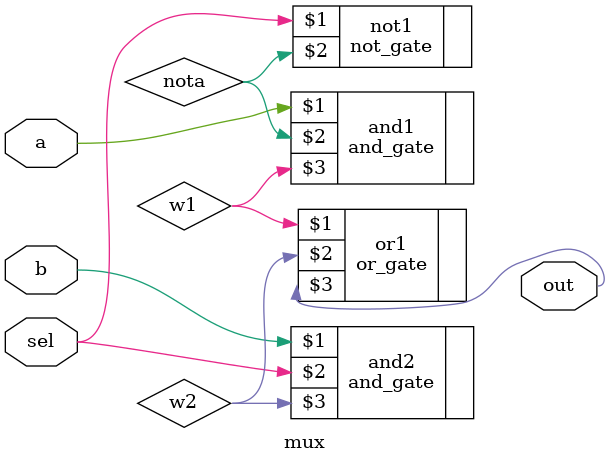
<source format=v>
module mux(a, b, sel, out);
    input a, b, sel;
    output out;

    wire nota, w1, w2;

    not_gate not1(sel, nota);
    and_gate and1(a, nota, w1);
    and_gate and2(b, sel, w2);
    or_gate or1(w1, w2, out);
endmodule


</source>
